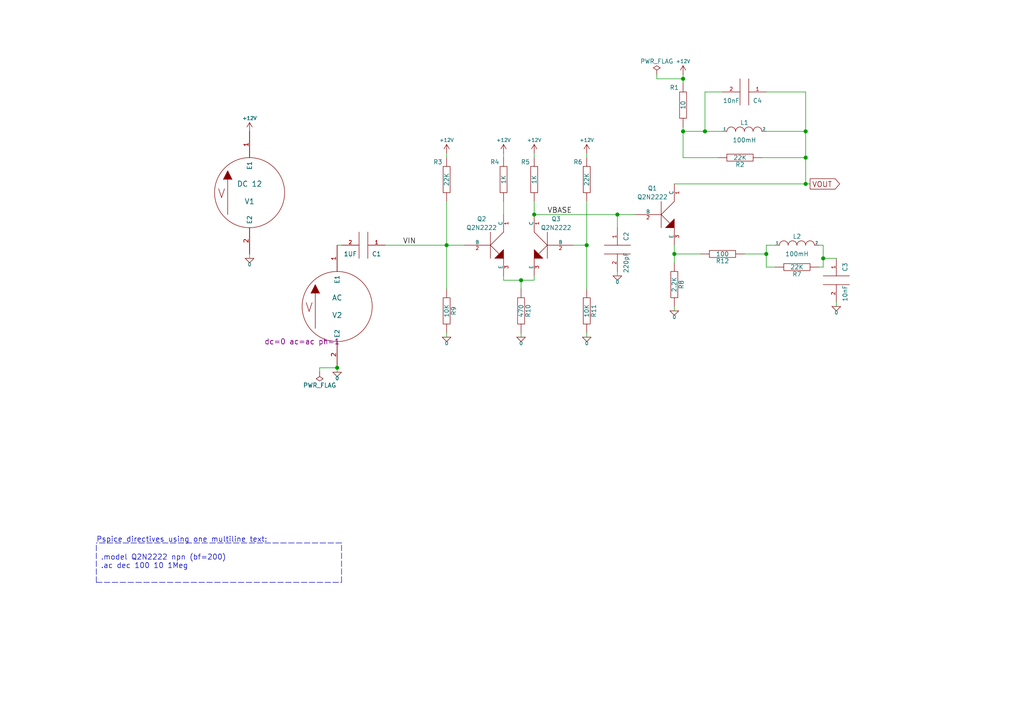
<source format=kicad_sch>
(kicad_sch (version 20201015) (generator eeschema)
  (page 1 1)
  (paper "A4")
  (title_block (date "Sun 22 Mar 2015"))
  (lib_symbols
    (symbol "schematic_libspice:+12V" (power) (pin_names (offset 0))
      (property "Value" "+12V" (at 0 3.556 0))
      (symbol "+12V_0_1"
        (polyline (pts (xy -0.762 1.27) (xy 0 2.54)))
        (polyline (pts (xy 0 0) (xy 0 2.54)))
        (polyline (pts (xy 0 2.54) (xy 0.762 1.27)))
      )
      (symbol "+12V_1_1"
        (pin power_in line (at 0 0 90) (length 0) hide (name "+12V") (number "1"))
      )
    )
    (symbol "schematic_libspice:0" (power) (pin_names (offset 0))
      (property "Value" "0" (at 0 -1.778 0))
      (symbol "0_0_1"
        (polyline (pts (xy -1.27 0) (xy 0 -1.27) (xy 1.27 0) (xy -1.27 0)))
      )
      (symbol "0_1_1"
        (pin power_in line (at 0 0 0) (length 0) hide (name "0") (number "1"))
      )
    )
    (symbol "schematic_libspice:C" (pin_names (offset 0.254))
      (property "Reference" "C" (at 2.54 3.81 90))
      (property "Value" "C" (at 2.54 -3.81 90))
      (symbol "C_0_1"
        (polyline (pts (xy -3.81 -1.27) (xy 3.81 -1.27)))
        (polyline (pts (xy -3.81 1.27) (xy 3.81 1.27)))
      )
      (symbol "C_1_1"
        (pin passive line (at 0 6.35 270) (length 5.08) (name "~") (number "1"))
        (pin passive line (at 0 -6.35 90) (length 5.08) (name "~") (number "2"))
      )
    )
    (symbol "schematic_libspice:CAP" (pin_names (offset 0.254))
      (property "Reference" "C" (at 2.54 3.81 90))
      (property "Value" "CAP" (at 2.54 -3.81 90))
      (symbol "CAP_0_1"
        (polyline (pts (xy -3.81 -1.27) (xy 3.81 -1.27)))
        (polyline (pts (xy -3.81 1.27) (xy 3.81 1.27)))
      )
      (symbol "CAP_1_1"
        (pin passive line (at 0 6.35 270) (length 5.08) (name "~") (number "1"))
        (pin passive line (at 0 -6.35 90) (length 5.08) (name "~") (number "2"))
      )
    )
    (symbol "schematic_libspice:INDUCTOR" (pin_numbers hide) (pin_names (offset 0))
      (property "Reference" "L" (at 0 2.54 0))
      (property "Value" "INDUCTOR" (at 0 -1.27 0))
      (symbol "INDUCTOR_0_1"
        (arc (start -2.54 0) (end -5.08 0) (radius (at -3.81 0) (length 1.27) (angles 0.1 179.9)))
        (arc (start 0 0) (end -2.54 0) (radius (at -1.27 0) (length 1.27) (angles 0.1 179.9)))
        (arc (start 2.54 0) (end 0 0) (radius (at 1.27 0) (length 1.27) (angles 0.1 179.9)))
        (arc (start 5.08 0) (end 2.54 0) (radius (at 3.81 0) (length 1.27) (angles 0.1 179.9)))
      )
      (symbol "INDUCTOR_1_1"
        (pin input line (at -6.35 0 0) (length 1.27) (name "1") (number "1"))
        (pin input line (at 6.35 0 180) (length 1.27) (name "2") (number "2"))
      )
    )
    (symbol "schematic_libspice:PWR_FLAG" (power) (pin_numbers hide) (pin_names (offset 0) hide)
      (property "Value" "PWR_FLAG" (at 0 3.81 0))
      (symbol "PWR_FLAG_0_1"
        (polyline (pts (xy 0 0) (xy 0 1.27) (xy -1.016 1.905) (xy 0 2.54) (xy 1.016 1.905) (xy 0 1.27)))
      )
      (symbol "PWR_FLAG_0_0"
        (pin power_out line (at 0 0 90) (length 0) (name "pwr") (number "1"))
      )
    )
    (symbol "schematic_libspice:QNPN" (pin_names (offset 0))
      (property "Reference" "Q" (at -2.54 7.62 0))
      (property "Value" "QNPN" (at -2.54 5.08 0))
      (symbol "QNPN_0_0"
        (polyline (pts (xy 0 0) (xy 3.81 -3.81)))
        (polyline (pts (xy 3.81 -3.81) (xy 3.81 -1.27) (xy 1.27 -3.81) (xy 3.81 -3.81)) (fill (type outline)))
      )
      (symbol "QNPN_0_1"
        (polyline (pts (xy 0 -3.81) (xy 0 3.81)))
        (polyline (pts (xy 0 0) (xy 3.81 3.81)))
      )
      (symbol "QNPN_1_1"
        (pin passive line (at 3.81 8.89 270) (length 5.08) (name "C") (number "1"))
        (pin input line (at -7.62 0 0) (length 7.62) (name "B") (number "2"))
        (pin passive line (at 3.81 -8.89 90) (length 5.08) (name "E") (number "3"))
      )
    )
    (symbol "schematic_libspice:R" (pin_numbers hide) (pin_names (offset 0))
      (property "Reference" "R" (at 2.032 0 90))
      (property "Value" "R" (at 0 0 90))
      (symbol "R_0_1"
        (rectangle (start -1.016 3.81) (end 1.016 -3.81))
      )
      (symbol "R_1_1"
        (pin passive line (at 0 6.35 270) (length 2.54) (name "~") (number "1"))
        (pin passive line (at 0 -6.35 90) (length 2.54) (name "~") (number "2"))
      )
    )
    (symbol "schematic_libspice:VSOURCE" (pin_names (offset 1.016))
      (property "Reference" "V" (at 0 -2.54 0))
      (property "Value" "VSOURCE" (at 0 2.54 0))
      (symbol "VSOURCE_0_1"
        (circle (center 0 0) (radius 10.16))
        (text "V" (at -8.128 -0.254 0) (effects (font (size 2.54 2.54))))
        (polyline (pts (xy -6.35 -6.35) (xy -6.35 3.81)) (fill (type outline)))
        (polyline (pts (xy -7.62 3.81) (xy -6.35 6.35) (xy -5.08 3.81)) (fill (type outline)))
      )
      (symbol "VSOURCE_1_1"
        (pin input line (at 0 17.78 270) (length 7.62) (name "E1") (number "1"))
        (pin input line (at 0 -17.78 90) (length 7.62) (name "E2") (number "2"))
      )
    )
  )
  (junction (at 97.79 106.68) (diameter 1.016))
  (junction (at 129.54 71.12) (diameter 1.016))
  (junction (at 151.13 81.28) (diameter 1.016))
  (junction (at 154.94 62.23) (diameter 1.016))
  (junction (at 170.18 71.12) (diameter 1.016))
  (junction (at 179.07 62.23) (diameter 1.016))
  (junction (at 195.58 73.66) (diameter 1.016))
  (junction (at 198.12 22.86) (diameter 1.016))
  (junction (at 198.12 38.1) (diameter 1.016))
  (junction (at 204.47 38.1) (diameter 1.016))
  (junction (at 222.25 73.66) (diameter 1.016))
  (junction (at 233.68 38.1) (diameter 1.016))
  (junction (at 233.68 45.72) (diameter 1.016))
  (junction (at 233.68 53.34) (diameter 1.016))
  (junction (at 238.76 74.93) (diameter 1.016))
  (wire (pts (xy 72.39 73.66) (xy 72.39 74.93)))
  (wire (pts (xy 92.71 106.68) (xy 92.71 107.95)))
  (wire (pts (xy 97.79 106.68) (xy 92.71 106.68)))
  (wire (pts (xy 97.79 106.68) (xy 97.79 107.95)))
  (wire (pts (xy 99.06 71.12) (xy 97.79 71.12)))
  (wire (pts (xy 111.76 71.12) (xy 129.54 71.12)))
  (wire (pts (xy 129.54 44.45) (xy 129.54 45.72)))
  (wire (pts (xy 129.54 58.42) (xy 129.54 71.12)))
  (wire (pts (xy 129.54 71.12) (xy 129.54 83.82)))
  (wire (pts (xy 129.54 71.12) (xy 134.62 71.12)))
  (wire (pts (xy 129.54 96.52) (xy 129.54 97.79)))
  (wire (pts (xy 146.05 44.45) (xy 146.05 45.72)))
  (wire (pts (xy 146.05 62.23) (xy 146.05 58.42)))
  (wire (pts (xy 146.05 80.01) (xy 146.05 81.28)))
  (wire (pts (xy 146.05 81.28) (xy 151.13 81.28)))
  (wire (pts (xy 151.13 81.28) (xy 151.13 83.82)))
  (wire (pts (xy 151.13 81.28) (xy 154.94 81.28)))
  (wire (pts (xy 151.13 96.52) (xy 151.13 97.79)))
  (wire (pts (xy 154.94 44.45) (xy 154.94 45.72)))
  (wire (pts (xy 154.94 62.23) (xy 154.94 58.42)))
  (wire (pts (xy 154.94 62.23) (xy 179.07 62.23)))
  (wire (pts (xy 154.94 81.28) (xy 154.94 80.01)))
  (wire (pts (xy 166.37 71.12) (xy 170.18 71.12)))
  (wire (pts (xy 170.18 44.45) (xy 170.18 45.72)))
  (wire (pts (xy 170.18 58.42) (xy 170.18 71.12)))
  (wire (pts (xy 170.18 71.12) (xy 170.18 83.82)))
  (wire (pts (xy 170.18 97.79) (xy 170.18 96.52)))
  (wire (pts (xy 179.07 62.23) (xy 184.15 62.23)))
  (wire (pts (xy 179.07 66.04) (xy 179.07 62.23)))
  (wire (pts (xy 179.07 80.01) (xy 179.07 78.74)))
  (wire (pts (xy 190.5 22.86) (xy 190.5 21.59)))
  (wire (pts (xy 195.58 53.34) (xy 233.68 53.34)))
  (wire (pts (xy 195.58 71.12) (xy 195.58 73.66)))
  (wire (pts (xy 195.58 73.66) (xy 195.58 76.2)))
  (wire (pts (xy 195.58 90.17) (xy 195.58 88.9)))
  (wire (pts (xy 198.12 21.59) (xy 198.12 22.86)))
  (wire (pts (xy 198.12 22.86) (xy 190.5 22.86)))
  (wire (pts (xy 198.12 22.86) (xy 198.12 24.13)))
  (wire (pts (xy 198.12 36.83) (xy 198.12 38.1)))
  (wire (pts (xy 198.12 38.1) (xy 198.12 45.72)))
  (wire (pts (xy 198.12 38.1) (xy 204.47 38.1)))
  (wire (pts (xy 198.12 45.72) (xy 208.28 45.72)))
  (wire (pts (xy 203.2 73.66) (xy 195.58 73.66)))
  (wire (pts (xy 204.47 26.67) (xy 204.47 38.1)))
  (wire (pts (xy 204.47 38.1) (xy 209.55 38.1)))
  (wire (pts (xy 209.55 26.67) (xy 204.47 26.67)))
  (wire (pts (xy 215.9 73.66) (xy 222.25 73.66)))
  (wire (pts (xy 222.25 26.67) (xy 233.68 26.67)))
  (wire (pts (xy 222.25 71.12) (xy 222.25 73.66)))
  (wire (pts (xy 222.25 73.66) (xy 222.25 77.47)))
  (wire (pts (xy 222.25 77.47) (xy 224.79 77.47)))
  (wire (pts (xy 224.79 71.12) (xy 222.25 71.12)))
  (wire (pts (xy 233.68 26.67) (xy 233.68 38.1)))
  (wire (pts (xy 233.68 38.1) (xy 222.25 38.1)))
  (wire (pts (xy 233.68 38.1) (xy 233.68 45.72)))
  (wire (pts (xy 233.68 45.72) (xy 220.98 45.72)))
  (wire (pts (xy 233.68 45.72) (xy 233.68 53.34)))
  (wire (pts (xy 233.68 53.34) (xy 234.95 53.34)))
  (wire (pts (xy 237.49 71.12) (xy 238.76 71.12)))
  (wire (pts (xy 238.76 71.12) (xy 238.76 74.93)))
  (wire (pts (xy 238.76 74.93) (xy 238.76 77.47)))
  (wire (pts (xy 238.76 74.93) (xy 242.57 74.93)))
  (wire (pts (xy 238.76 77.47) (xy 237.49 77.47)))
  (wire (pts (xy 242.57 88.9) (xy 242.57 87.63)))
  (polyline (pts (xy 27.94 168.91) (xy 27.94 157.48)) (stroke (width 0) (type dash)))
  (polyline (pts (xy 27.94 168.91) (xy 99.06 168.91)) (stroke (width 0) (type dash)))
  (polyline (pts (xy 99.06 157.48) (xy 27.94 157.48)) (stroke (width 0) (type dash)))
  (polyline (pts (xy 99.06 168.91) (xy 99.06 157.48)) (stroke (width 0) (type dash)))
  (text "Pspice directives using one multiline text:" (at 27.94 157.48 0) (effects (font (size 1.524 1.524)) (justify left bottom)))
  (text ".model Q2N2222 npn (bf=200)\n.ac dec 100 10 1Meg\n" (at 29.21 165.1 0) (effects (font (size 1.524 1.524)) (justify left bottom)))
  (label "VIN" (at 116.84 71.12 0) (effects (font (size 1.524 1.524))))
  (label "VBASE" (at 158.75 62.23 0) (effects (font (size 1.524 1.524))))
  (global_label "VOUT" (shape output) (at 234.95 53.34 0) (effects (font (size 1.524 1.524))))
  (symbol (lib_id "schematic_libspice:0") (at 72.39 74.93 0) (unit 1)
    (property "Reference" "#GND01" (effects hide))
    (property "Value" "0" (at 72.39 76.708 0) (effects (font (size 1.016 1.016))))
  )
  (symbol (lib_id "schematic_libspice:0") (at 97.79 107.95 0) (unit 1)
    (property "Reference" "#GND08" (effects hide))
    (property "Value" "0" (at 97.79 109.728 0) (effects (font (size 1.016 1.016))))
  )
  (symbol (lib_id "schematic_libspice:0") (at 129.54 97.79 0) (unit 1)
    (property "Reference" "#GND05" (effects hide))
    (property "Value" "0" (at 129.54 99.568 0) (effects (font (size 1.016 1.016))))
  )
  (symbol (lib_id "schematic_libspice:0") (at 151.13 97.79 0) (unit 1)
    (property "Reference" "#GND06" (effects hide))
    (property "Value" "0" (at 151.13 99.568 0) (effects (font (size 1.016 1.016))))
  )
  (symbol (lib_id "schematic_libspice:0") (at 170.18 97.79 0) (unit 1)
    (property "Reference" "#GND07" (effects hide))
    (property "Value" "0" (at 170.18 99.568 0) (effects (font (size 1.016 1.016))))
  )
  (symbol (lib_id "schematic_libspice:0") (at 179.07 80.01 0) (unit 1)
    (property "Reference" "#GND02" (effects hide))
    (property "Value" "0" (at 179.07 81.788 0) (effects (font (size 1.016 1.016))))
  )
  (symbol (lib_id "schematic_libspice:0") (at 195.58 90.17 0) (unit 1)
    (property "Reference" "#GND04" (effects hide))
    (property "Value" "0" (at 195.58 91.948 0) (effects (font (size 1.016 1.016))))
  )
  (symbol (lib_id "schematic_libspice:0") (at 242.57 88.9 0) (unit 1)
    (property "Reference" "#GND03" (effects hide))
    (property "Value" "0" (at 242.57 90.678 0) (effects (font (size 1.016 1.016))))
  )
  (symbol (lib_id "schematic_libspice:PWR_FLAG") (at 92.71 107.95 180) (unit 1)
    (property "Reference" "#FLG02" (effects hide))
    (property "Value" "PWR_FLAG" (at 92.71 111.76 0))
    (property "Spice_Netlist_Enabled" "N" (effects hide))
  )
  (symbol (lib_id "schematic_libspice:PWR_FLAG") (at 190.5 21.59 0) (unit 1)
    (property "Reference" "#FLG01" (effects hide))
    (property "Value" "PWR_FLAG" (at 190.5 17.78 0))
    (property "Spice_Netlist_Enabled" "N" (effects hide))
  )
  (symbol (lib_id "schematic_libspice:+12V") (at 72.39 38.1 0) (unit 1)
    (property "Reference" "#+12V02" (effects hide))
    (property "Value" "+12V" (at 72.39 34.29 0) (effects (font (size 1.016 1.016))))
  )
  (symbol (lib_id "schematic_libspice:+12V") (at 129.54 44.45 0) (unit 1)
    (property "Reference" "#+12V03" (effects hide))
    (property "Value" "+12V" (at 129.54 40.64 0) (effects (font (size 1.016 1.016))))
  )
  (symbol (lib_id "schematic_libspice:+12V") (at 146.05 44.45 0) (unit 1)
    (property "Reference" "#+12V04" (effects hide))
    (property "Value" "+12V" (at 146.05 40.64 0) (effects (font (size 1.016 1.016))))
  )
  (symbol (lib_id "schematic_libspice:+12V") (at 154.94 44.45 0) (unit 1)
    (property "Reference" "#+12V05" (effects hide))
    (property "Value" "+12V" (at 154.94 40.64 0) (effects (font (size 1.016 1.016))))
  )
  (symbol (lib_id "schematic_libspice:+12V") (at 170.18 44.45 0) (unit 1)
    (property "Reference" "#+12V06" (effects hide))
    (property "Value" "+12V" (at 170.18 40.64 0) (effects (font (size 1.016 1.016))))
  )
  (symbol (lib_id "schematic_libspice:+12V") (at 198.12 21.59 0) (unit 1)
    (property "Reference" "#+12V01" (effects hide))
    (property "Value" "+12V" (at 198.12 17.78 0) (effects (font (size 1.016 1.016))))
  )
  (symbol (lib_id "schematic_libspice:INDUCTOR") (at 215.9 38.1 0) (unit 1)
    (property "Reference" "L1" (at 215.9 35.56 0))
    (property "Value" "100mH" (at 215.9 40.64 0))
  )
  (symbol (lib_id "schematic_libspice:INDUCTOR") (at 231.14 71.12 0) (unit 1)
    (property "Reference" "L2" (at 231.14 68.58 0))
    (property "Value" "100mH" (at 231.14 73.66 0))
  )
  (symbol (lib_id "schematic_libspice:R") (at 129.54 52.07 0) (unit 1)
    (property "Reference" "R3" (at 127 46.99 0))
    (property "Value" "22K" (at 129.54 52.07 90))
  )
  (symbol (lib_id "schematic_libspice:R") (at 129.54 90.17 0) (unit 1)
    (property "Reference" "R9" (at 131.572 90.17 90))
    (property "Value" "10K" (at 129.54 90.17 90))
  )
  (symbol (lib_id "schematic_libspice:R") (at 146.05 52.07 0) (unit 1)
    (property "Reference" "R4" (at 143.51 46.99 0))
    (property "Value" "1K" (at 146.05 52.07 90))
  )
  (symbol (lib_id "schematic_libspice:R") (at 151.13 90.17 0) (unit 1)
    (property "Reference" "R10" (at 153.162 90.17 90))
    (property "Value" "470" (at 151.13 90.17 90))
  )
  (symbol (lib_id "schematic_libspice:R") (at 154.94 52.07 0) (unit 1)
    (property "Reference" "R5" (at 152.4 46.99 0))
    (property "Value" "1K" (at 154.94 52.07 90))
  )
  (symbol (lib_id "schematic_libspice:R") (at 170.18 52.07 0) (unit 1)
    (property "Reference" "R6" (at 167.64 46.99 0))
    (property "Value" "22K" (at 170.18 52.07 90))
  )
  (symbol (lib_id "schematic_libspice:R") (at 170.18 90.17 0) (unit 1)
    (property "Reference" "R11" (at 172.212 90.17 90))
    (property "Value" "10K" (at 170.18 90.17 90))
  )
  (symbol (lib_id "schematic_libspice:R") (at 195.58 82.55 0) (unit 1)
    (property "Reference" "R8" (at 197.612 82.55 90))
    (property "Value" "2.2K" (at 195.58 82.55 90))
  )
  (symbol (lib_id "schematic_libspice:R") (at 198.12 30.48 0) (unit 1)
    (property "Reference" "R1" (at 195.58 25.4 0))
    (property "Value" "10" (at 198.12 30.48 90))
  )
  (symbol (lib_id "schematic_libspice:R") (at 209.55 73.66 270) (unit 1)
    (property "Reference" "R12" (at 209.55 75.692 90))
    (property "Value" "100" (at 209.55 73.66 90))
  )
  (symbol (lib_id "schematic_libspice:R") (at 214.63 45.72 270) (unit 1)
    (property "Reference" "R2" (at 214.63 47.752 90))
    (property "Value" "22K" (at 214.63 45.72 90))
  )
  (symbol (lib_id "schematic_libspice:R") (at 231.14 77.47 270) (unit 1)
    (property "Reference" "R7" (at 231.14 79.502 90))
    (property "Value" "22K" (at 231.14 77.47 90))
  )
  (symbol (lib_id "schematic_libspice:C") (at 105.41 71.12 270) (unit 1)
    (property "Reference" "C1" (at 109.22 73.66 90))
    (property "Value" "1UF" (at 101.6 73.66 90))
  )
  (symbol (lib_id "schematic_libspice:C") (at 179.07 72.39 0) (unit 1)
    (property "Reference" "C2" (at 181.61 68.58 90))
    (property "Value" "220pF" (at 181.61 76.2 90))
  )
  (symbol (lib_id "schematic_libspice:CAP") (at 215.9 26.67 270) (unit 1)
    (property "Reference" "C4" (at 219.71 29.21 90))
    (property "Value" "10nF" (at 212.09 29.21 90))
  )
  (symbol (lib_id "schematic_libspice:CAP") (at 242.57 81.28 0) (unit 1)
    (property "Reference" "C3" (at 245.11 77.47 90))
    (property "Value" "10nF" (at 245.11 85.09 90))
  )
  (symbol (lib_id "schematic_libspice:QNPN") (at 142.24 71.12 0) (unit 1)
    (property "Reference" "Q2" (at 139.7 63.5 0))
    (property "Value" "Q2N2222" (at 139.7 66.04 0))
  )
  (symbol (lib_id "schematic_libspice:QNPN") (at 158.75 71.12 0) (mirror y) (unit 1)
    (property "Reference" "Q3" (at 161.29 63.5 0))
    (property "Value" "Q2N2222" (at 161.29 66.04 0))
  )
  (symbol (lib_id "schematic_libspice:QNPN") (at 191.77 62.23 0) (unit 1)
    (property "Reference" "Q1" (at 189.23 54.61 0))
    (property "Value" "Q2N2222" (at 189.23 57.15 0))
  )
  (symbol (lib_id "schematic_libspice:VSOURCE") (at 72.39 55.88 0) (unit 1)
    (property "Reference" "V1" (at 72.39 58.42 0) (effects (font (size 1.524 1.524))))
    (property "Value" "DC 12" (at 72.39 53.34 0) (effects (font (size 1.524 1.524))))
  )
  (symbol (lib_id "schematic_libspice:VSOURCE") (at 97.79 88.9 0) (unit 1)
    (property "Reference" "V2" (at 97.79 91.44 0) (effects (font (size 1.524 1.524))))
    (property "Value" "AC" (at 97.79 86.36 0) (effects (font (size 1.524 1.524))))
    (property "Spice_Primitive" "V" (effects hide))
    (property "Spice_Model" "dc 0 ac 1" (at 87.63 99.06 0) (effects (font (size 1.524 1.524))))
    (property "Spice_Netlist_Enabled" "Y" (effects hide))
  )
)
</source>
